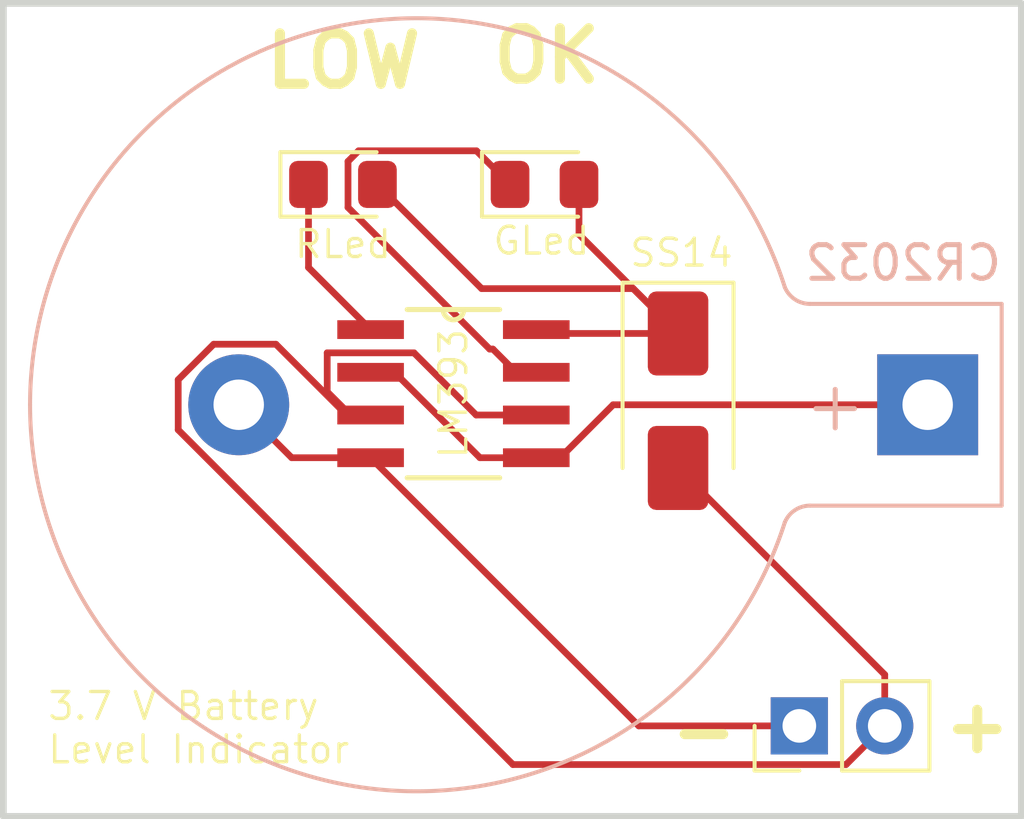
<source format=kicad_pcb>
(kicad_pcb (version 20240108) (generator "pcbnew") (generator_version "8.0")
  (layers (0 "F.Cu" signal) (31 "B.Cu" signal) (34 "B.Paste" user) (35 "F.Paste" user) (36 "B.SilkS" user "B.Silkscreen") (37 "F.SilkS" user "F.Silkscreen") (38 "B.Mask" user) (39 "F.Mask" user) (44 "Edge.Cuts" user))
  (net 0 "")
  (net 1 "Net-(BT1-+)")
  (net 2 "Net-(BT1--)")
  (net 3 "Net-(D1-K)")
  (net 4 "Net-(D1-A)")
  (net 5 "Net-(D2-K)")
  (net 6 "Net-(D3-A)")
  (footprint "LED_SMD:LED_0805_2012Metric_Pad1.15x1.40mm_HandSolder" (layer "F.Cu") (at 167.2754 96.3168)
    (property "Reference" "GLed" (at -0.0926 1.6764 0) (layer "F.SilkS") (effects (font (size 0.8 0.8) (thickness 0.1))))
    (property "Value" "LEDG" (hide yes))
    (fp_line (start -1.86 -0.96) (end -1.86 0.96) (stroke (width 0.12)) (layer "F.SilkS"))
    (fp_line (start -1.86 0.96) (end 1 0.96) (stroke (width 0.12)) (layer "F.SilkS"))
    (fp_line (start 1 -0.96) (end -1.86 -0.96) (stroke (width 0.12)) (layer "F.SilkS"))
    (pad "1" smd roundrect (at -1.025 0) (size 1.15 1.4) (layers "F.Cu" "F.Paste" "F.Mask") (roundrect_rratio 0.217391) (net 5 "Net-(D2-K)"))
    (pad "2" smd roundrect (at 1.025 0) (size 1.15 1.4) (layers "F.Cu" "F.Paste" "F.Mask") (roundrect_rratio 0.217391) (net 4 "Net-(D1-A)"))
  )
  (footprint "LM393D:D8" (layer "F.Cu") (at 164.5666 102.5398)
    (property "Reference" "LM393" (at 0 0 90) (layer "F.SilkS") (effects (font (size 0.8 0.8) (thickness 0.1))))
    (property "Value" "LM393D" (hide yes))
    (fp_line (start -1.373653 2.5019) (end 1.373653 2.5019) (stroke (width 0.1524)) (layer "F.SilkS"))
    (fp_line (start 1.373653 -2.5019) (end -1.373653 -2.5019) (stroke (width 0.1524)) (layer "F.SilkS"))
    (fp_arc (start 0.3048 -2.5019) (mid 0 -2.1971) (end -0.3048 -2.5019) (stroke (width 0.1524)) (layer "F.SilkS"))
    (pad "1" smd rect (at -2.4638 -1.905) (size 1.9812 0.5588) (layers "F.Cu" "F.Paste" "F.Mask") (net 3 "Net-(D1-K)"))
    (pad "2" smd rect (at -2.4638 -0.635) (size 1.9812 0.5588) (layers "F.Cu" "F.Paste" "F.Mask") (net 1 "Net-(BT1-+)"))
    (pad "3" smd rect (at -2.4638 0.635) (size 1.9812 0.5588) (layers "F.Cu" "F.Paste" "F.Mask") (net 6 "Net-(D3-A)"))
    (pad "4" smd rect (at -2.4638 1.905) (size 1.9812 0.5588) (layers "F.Cu" "F.Paste" "F.Mask") (net 2 "Net-(BT1--)"))
    (pad "5" smd rect (at 2.4638 1.905) (size 1.9812 0.5588) (layers "F.Cu" "F.Paste" "F.Mask") (net 1 "Net-(BT1-+)"))
    (pad "6" smd rect (at 2.4638 0.635) (size 1.9812 0.5588) (layers "F.Cu" "F.Paste" "F.Mask") (net 6 "Net-(D3-A)"))
    (pad "7" smd rect (at 2.4638 -0.635) (size 1.9812 0.5588) (layers "F.Cu" "F.Paste" "F.Mask") (net 5 "Net-(D2-K)"))
    (pad "8" smd rect (at 2.4638 -1.905) (size 1.9812 0.5588) (layers "F.Cu" "F.Paste" "F.Mask") (net 4 "Net-(D1-A)"))
  )
  (footprint "LED_SMD:LED_0805_2012Metric_Pad1.15x1.40mm_HandSolder" (layer "F.Cu") (at 161.281 96.3168)
    (property "Reference" "RLed" (at 0 1.778 0) (layer "F.SilkS") (effects (font (size 0.8 0.8) (thickness 0.1))))
    (property "Value" "LEDR" (hide yes))
    (fp_line (start -1.86 -0.96) (end -1.86 0.96) (stroke (width 0.12)) (layer "F.SilkS"))
    (fp_line (start -1.86 0.96) (end 1 0.96) (stroke (width 0.12)) (layer "F.SilkS"))
    (fp_line (start 1 -0.96) (end -1.86 -0.96) (stroke (width 0.12)) (layer "F.SilkS"))
    (pad "1" smd roundrect (at -1.025 0) (size 1.15 1.4) (layers "F.Cu" "F.Paste" "F.Mask") (roundrect_rratio 0.217391) (net 3 "Net-(D1-K)"))
    (pad "2" smd roundrect (at 1.025 0) (size 1.15 1.4) (layers "F.Cu" "F.Paste" "F.Mask") (roundrect_rratio 0.217391) (net 4 "Net-(D1-A)"))
  )
  (footprint "Diode_SMD:D_SMA" (layer "F.Cu") (at 171.2468 102.7496 -90)
    (property "Reference" "SS14" (at -4.4008 -0.1016 180) (layer "F.SilkS") (effects (font (size 0.8 0.8) (thickness 0.1))))
    (property "Value" "SS14" (hide yes))
    (fp_line (start -3.51 1.65) (end 2 1.65) (stroke (width 0.12)) (layer "F.SilkS"))
    (fp_line (start -3.51 -1.65) (end -3.51 1.65) (stroke (width 0.12)) (layer "F.SilkS"))
    (fp_line (start -3.51 -1.65) (end 2 -1.65) (stroke (width 0.12)) (layer "F.SilkS"))
    (pad "1" smd roundrect (at -2 0 270) (size 2.5 1.8) (layers "F.Cu" "F.Paste" "F.Mask") (roundrect_rratio 0.1388888889) (net 4 "Net-(D1-A)"))
    (pad "2" smd roundrect (at 2 0 270) (size 2.5 1.8) (layers "F.Cu" "F.Paste" "F.Mask") (roundrect_rratio 0.1388888889) (net 6 "Net-(D3-A)"))
  )
  (footprint "Connector_PinHeader_2.54mm:PinHeader_1x02_P2.54mm_Vertical" (layer "F.Cu") (at 174.8536 112.4204 90)
    (property "Reference" "J1" (hide yes))
    (property "Value" "Input_Pins" (hide yes))
    (fp_line (start -1.33 -1.33) (end 0 -1.33) (stroke (width 0.12)) (layer "F.SilkS"))
    (fp_line (start -1.33 0) (end -1.33 -1.33) (stroke (width 0.12)) (layer "F.SilkS"))
    (fp_line (start 1.33 1.27) (end 1.33 3.87) (stroke (width 0.12)) (layer "F.SilkS"))
    (fp_line (start -1.33 1.27) (end 1.33 1.27) (stroke (width 0.12)) (layer "F.SilkS"))
    (fp_line (start -1.33 1.27) (end -1.33 3.87) (stroke (width 0.12)) (layer "F.SilkS"))
    (fp_line (start -1.33 3.87) (end 1.33 3.87) (stroke (width 0.12)) (layer "F.SilkS"))
    (pad "1" thru_hole rect (at 0 0 90) (size 1.7 1.7) (drill 1) (layers "*.Cu" "*.Mask") (net 2 "Net-(BT1--)"))
    (pad "2" thru_hole oval (at 0 2.54 90) (size 1.7 1.7) (drill 1) (layers "*.Cu" "*.Mask") (net 6 "Net-(D3-A)"))
  )
  (footprint "Battery:BatteryHolder_Keystone_103_1x20mm" (layer "B.Cu") (at 178.670801 102.87 180)
    (property "Reference" "CR2032" (at 0.7288 4.2164 0) (layer "B.SilkS") (effects (justify mirror)))
    (property "Value" "CR2032" (hide yes))
    (fp_line (start 3.5 3) (end -2.2 3) (stroke (width 0.12)) (layer "B.SilkS"))
    (fp_line (start 3.5 -3) (end -2.2 -3) (stroke (width 0.12)) (layer "B.SilkS"))
    (fp_line (start -2.2 3) (end -2.2 -3) (stroke (width 0.12)) (layer "B.SilkS"))
    (fp_arc (start 26.695671 0) (mid 16.971103 11.358466) (end 4.25 3.5) (stroke (width 0.12)) (layer "B.SilkS"))
    (fp_arc (start 4.25 -3.5) (mid 16.971103 -11.358466) (end 26.695671 0) (stroke (width 0.12)) (layer "B.SilkS"))
    (fp_arc (start 4.25 -3.5) (mid 3.950694 -3.136459) (end 3.5 -3) (stroke (width 0.12)) (layer "B.SilkS"))
    (fp_arc (start 3.5 3) (mid 3.950694 3.136459) (end 4.25 3.5) (stroke (width 0.12)) (layer "B.SilkS"))
    (fp_text user "+" (at 2.75 0 0) (layer "B.SilkS") (effects (font (size 1.5 1.5)) (justify mirror)))
    (pad "1" thru_hole rect (at 0 0 180) (size 3 3) (drill 1.5) (layers "*.Cu" "*.Mask") (net 1 "Net-(BT1-+)"))
    (pad "2" thru_hole circle (at 20.49 0 180) (size 3 3) (drill 1.5) (layers "*.Cu" "*.Mask") (net 2 "Net-(BT1--)"))
  )
  (gr_rect (start 151.1808 90.932) (end 181.4576 115.1128) (stroke (width 0.2)) (fill none) (layer "Edge.Cuts"))
  (gr_text "LOW" (at 158.8516 93.5228 0) (layer "F.SilkS") (effects (font (size 1.5 1.5) (thickness 0.3) (bold yes)) (justify left bottom)))
  (gr_text "+" (at 179.0192 113.284 0) (layer "F.SilkS") (effects (font (size 1.5 1.5) (thickness 0.3) (bold yes)) (justify left bottom)))
  (gr_text "3.7 V Battery \nLevel Indicator" (at 152.4508 113.5888 0) (layer "F.SilkS") (effects (font (size 0.8 0.8) (thickness 0.1)) (justify left bottom)))
  (gr_text "-" (at 170.8912 113.4364 0) (layer "F.SilkS") (effects (font (size 1.5 1.5) (thickness 0.3) (bold yes)) (justify left bottom)))
  (gr_text "OK" (at 165.608 93.3704 0) (layer "F.SilkS") (effects (font (size 1.5 1.5) (thickness 0.3) (bold yes)) (justify left bottom)))
  (segment (start 162.814 101.9048) (end 162.1028 101.9048) (width 0.2) (layer "F.Cu") (net 1))
  (segment (start 165.354 104.4448) (end 162.814 101.9048) (width 0.2) (layer "F.Cu") (net 1))
  (segment (start 169.3164 102.87) (end 178.670801 102.87) (width 0.2) (layer "F.Cu") (net 1))
  (segment (start 167.0304 104.4448) (end 165.354 104.4448) (width 0.2) (layer "F.Cu") (net 1))
  (segment (start 167.7416 104.4448) (end 169.3164 102.87) (width 0.2) (layer "F.Cu") (net 1))
  (segment (start 167.0304 104.4448) (end 167.7416 104.4448) (width 0.2) (layer "F.Cu") (net 1))
  (segment (start 170.0784 112.4204) (end 162.1028 104.4448) (width 0.2) (layer "F.Cu") (net 2))
  (segment (start 158.180801 102.87) (end 159.755601 104.4448) (width 0.2) (layer "F.Cu") (net 2))
  (segment (start 174.8536 112.4204) (end 170.0784 112.4204) (width 0.2) (layer "F.Cu") (net 2))
  (segment (start 159.755601 104.4448) (end 162.1028 104.4448) (width 0.2) (layer "F.Cu") (net 2))
  (segment (start 160.256 96.3168) (end 160.256 98.788) (width 0.2) (layer "F.Cu") (net 3))
  (segment (start 160.256 98.788) (end 162.1028 100.6348) (width 0.2) (layer "F.Cu") (net 3))
  (segment (start 171.2468 100.7496) (end 167.1452 100.7496) (width 0.2) (layer "F.Cu") (net 4))
  (segment (start 168.3004 96.3168) (end 168.3004 97.8032) (width 0.2) (layer "F.Cu") (net 4))
  (segment (start 169.9128 99.4156) (end 171.2468 100.7496) (width 0.2) (layer "F.Cu") (net 4))
  (segment (start 168.3004 97.8032) (end 171.2468 100.7496) (width 0.2) (layer "F.Cu") (net 4))
  (segment (start 167.1452 100.7496) (end 167.0304 100.6348) (width 0.2) (layer "F.Cu") (net 4))
  (segment (start 162.306 96.3168) (end 165.4048 99.4156) (width 0.2) (layer "F.Cu") (net 4))
  (segment (start 165.4048 99.4156) (end 169.9128 99.4156) (width 0.2) (layer "F.Cu") (net 4))
  (segment (start 161.431 95.632056) (end 161.746256 95.3168) (width 0.2) (layer "F.Cu") (net 5))
  (segment (start 165.2504 95.3168) (end 166.2504 96.3168) (width 0.2) (layer "F.Cu") (net 5))
  (segment (start 161.431 97.001544) (end 161.431 95.632056) (width 0.2) (layer "F.Cu") (net 5))
  (segment (start 166.4304 101.9048) (end 165.7398 101.2142) (width 0.2) (layer "F.Cu") (net 5))
  (segment (start 165.643656 101.2142) (end 161.431 97.001544) (width 0.2) (layer "F.Cu") (net 5))
  (segment (start 161.746256 95.3168) (end 165.2504 95.3168) (width 0.2) (layer "F.Cu") (net 5))
  (segment (start 167.0304 101.9048) (end 166.4304 101.9048) (width 0.2) (layer "F.Cu") (net 5))
  (segment (start 165.7398 101.2142) (end 165.643656 101.2142) (width 0.2) (layer "F.Cu") (net 5))
  (segment (start 161.5028 103.1748) (end 160.8122 102.4842) (width 0.2) (layer "F.Cu") (net 6))
  (segment (start 176.2436 113.5704) (end 177.3936 112.4204) (width 0.2) (layer "F.Cu") (net 6))
  (segment (start 161.3916 103.1748) (end 159.2868 101.07) (width 0.2) (layer "F.Cu") (net 6))
  (segment (start 156.380801 102.124415) (end 156.380801 103.615585) (width 0.2) (layer "F.Cu") (net 6))
  (segment (start 162.1028 103.1748) (end 161.5028 103.1748) (width 0.2) (layer "F.Cu") (net 6))
  (segment (start 166.335616 113.5704) (end 176.2436 113.5704) (width 0.2) (layer "F.Cu") (net 6))
  (segment (start 167.0304 103.1748) (end 166.3192 103.1748) (width 0.2) (layer "F.Cu") (net 6))
  (segment (start 160.8122 101.3254) (end 163.3934 101.3254) (width 0.2) (layer "F.Cu") (net 6))
  (segment (start 160.8122 102.4842) (end 160.8122 101.3254) (width 0.2) (layer "F.Cu") (net 6))
  (segment (start 156.380801 103.615585) (end 166.335616 113.5704) (width 0.2) (layer "F.Cu") (net 6))
  (segment (start 159.2868 101.07) (end 157.435216 101.07) (width 0.2) (layer "F.Cu") (net 6))
  (segment (start 162.1028 103.1748) (end 161.3916 103.1748) (width 0.2) (layer "F.Cu") (net 6))
  (segment (start 165.2428 103.1748) (end 167.0304 103.1748) (width 0.2) (layer "F.Cu") (net 6))
  (segment (start 163.3934 101.3254) (end 165.2428 103.1748) (width 0.2) (layer "F.Cu") (net 6))
  (segment (start 157.435216 101.07) (end 156.380801 102.124415) (width 0.2) (layer "F.Cu") (net 6))
  (segment (start 177.3936 110.8964) (end 171.2468 104.7496) (width 0.2) (layer "F.Cu") (net 6))
  (segment (start 177.3936 112.4204) (end 177.3936 110.8964) (width 0.2) (layer "F.Cu") (net 6))
)
</source>
